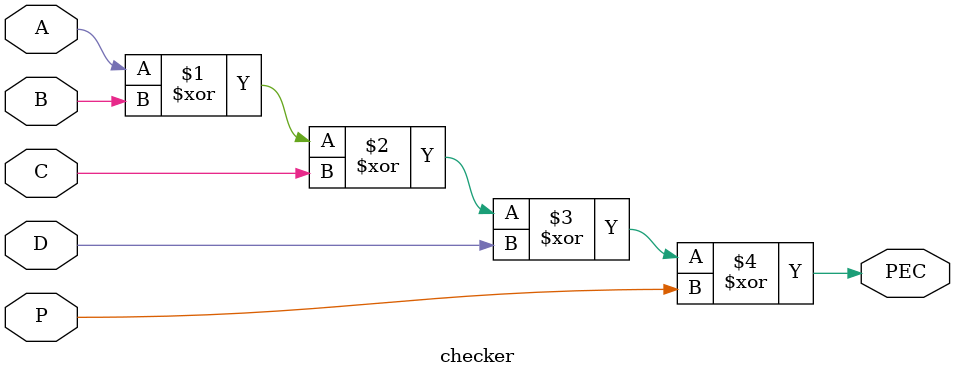
<source format=v>
`timescale 1ns / 1ps


module checker(
input A,
input B,
input C,
input D,
input P,
output PEC
    );
assign PEC=A^B^C^D^P;
endmodule

</source>
